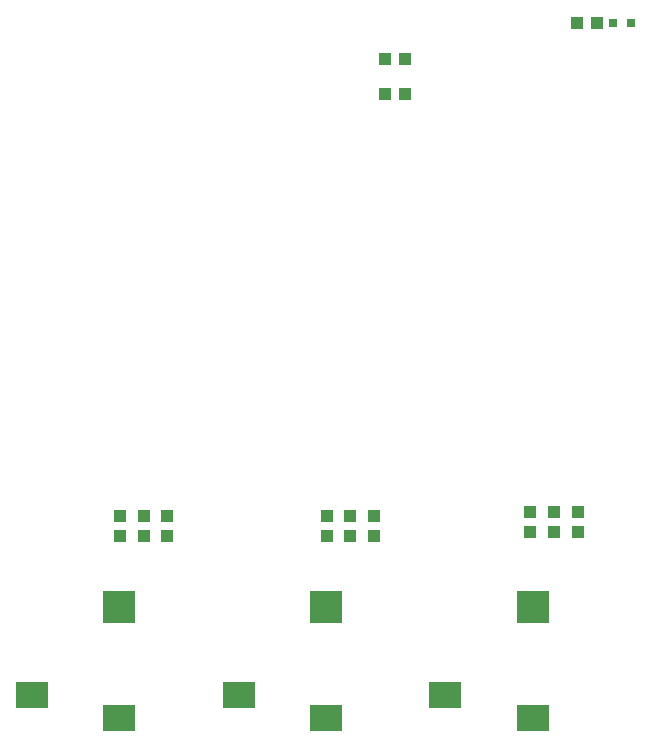
<source format=gbr>
G04 EAGLE Gerber RS-274X export*
G75*
%MOMM*%
%FSLAX34Y34*%
%LPD*%
%INSolderpaste Top*%
%IPPOS*%
%AMOC8*
5,1,8,0,0,1.08239X$1,22.5*%
G01*
%ADD10R,1.000000X1.100000*%
%ADD11R,2.800000X2.200000*%
%ADD12R,2.800000X2.800000*%
%ADD13R,1.100000X1.000000*%
%ADD14R,0.800000X0.800000*%


D10*
X560000Y198500D03*
X560000Y181500D03*
X600000Y198500D03*
X600000Y181500D03*
X580000Y198500D03*
X580000Y181500D03*
D11*
X488000Y44000D03*
X562000Y24000D03*
D12*
X562000Y118000D03*
D13*
X436500Y582500D03*
X453500Y582500D03*
X436500Y552500D03*
X453500Y552500D03*
X616000Y612500D03*
X599000Y612500D03*
D14*
X645000Y612500D03*
X630000Y612500D03*
D10*
X387500Y195000D03*
X387500Y178000D03*
X427500Y195000D03*
X427500Y178000D03*
X407500Y195000D03*
X407500Y178000D03*
D11*
X313000Y44000D03*
X387000Y24000D03*
D12*
X387000Y118000D03*
D10*
X212500Y195000D03*
X212500Y178000D03*
X252500Y195000D03*
X252500Y178000D03*
X232500Y195000D03*
X232500Y178000D03*
D11*
X138000Y44000D03*
X212000Y24000D03*
D12*
X212000Y118000D03*
M02*

</source>
